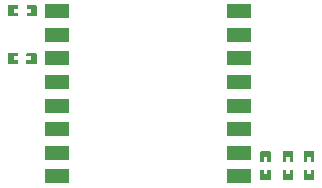
<source format=gtp>
G04 Layer: TopPasteMaskLayer*
G04 EasyEDA v6.5.15, 2022-09-09 10:58:47*
G04 19121817273c46a5bb41958087e4de9f,cdadd2d4b4cb47a19753abecc85b3b56,10*
G04 Gerber Generator version 0.2*
G04 Scale: 100 percent, Rotated: No, Reflected: No *
G04 Dimensions in millimeters *
G04 leading zeros omitted , absolute positions ,4 integer and 5 decimal *
%FSLAX45Y45*%
%MOMM*%

%ADD10R,2.0000X1.1989*%

%LPD*%
G36*
X5662320Y-3457143D02*
G01*
X5657291Y-3462172D01*
X5657291Y-3542182D01*
X5662320Y-3547160D01*
X5742330Y-3547160D01*
X5747308Y-3542182D01*
X5747308Y-3462172D01*
X5742330Y-3457143D01*
X5719521Y-3457143D01*
X5719521Y-3494176D01*
X5686501Y-3494176D01*
X5686501Y-3457143D01*
G37*
G36*
X5662320Y-3298139D02*
G01*
X5657291Y-3303168D01*
X5657291Y-3382162D01*
X5662320Y-3387140D01*
X5686501Y-3387140D01*
X5686501Y-3349142D01*
X5719521Y-3349142D01*
X5719521Y-3387140D01*
X5742330Y-3387140D01*
X5747308Y-3382162D01*
X5747308Y-3303168D01*
X5742330Y-3298139D01*
G37*
G36*
X3157118Y-2063191D02*
G01*
X3152089Y-2068220D01*
X3152089Y-2148179D01*
X3157118Y-2153208D01*
X3237077Y-2153208D01*
X3242106Y-2148179D01*
X3242106Y-2125421D01*
X3205124Y-2125421D01*
X3205124Y-2092401D01*
X3242106Y-2092401D01*
X3242106Y-2068220D01*
X3237077Y-2063191D01*
G37*
G36*
X3317087Y-2063191D02*
G01*
X3312109Y-2068220D01*
X3312109Y-2092401D01*
X3350107Y-2092401D01*
X3350107Y-2125421D01*
X3312109Y-2125421D01*
X3312109Y-2148179D01*
X3317087Y-2153208D01*
X3396081Y-2153208D01*
X3401110Y-2148179D01*
X3401110Y-2068220D01*
X3396081Y-2063191D01*
G37*
G36*
X5294020Y-3457143D02*
G01*
X5288991Y-3462172D01*
X5288991Y-3542182D01*
X5294020Y-3547160D01*
X5373979Y-3547160D01*
X5379008Y-3542182D01*
X5379008Y-3462172D01*
X5373979Y-3457143D01*
X5351221Y-3457143D01*
X5351221Y-3494176D01*
X5318201Y-3494176D01*
X5318201Y-3457143D01*
G37*
G36*
X5294020Y-3298139D02*
G01*
X5288991Y-3303168D01*
X5288991Y-3382162D01*
X5294020Y-3387140D01*
X5318201Y-3387140D01*
X5318201Y-3349142D01*
X5351221Y-3349142D01*
X5351221Y-3387140D01*
X5373979Y-3387140D01*
X5379008Y-3382162D01*
X5379008Y-3303168D01*
X5373979Y-3298139D01*
G37*
G36*
X5484520Y-3457143D02*
G01*
X5479491Y-3462172D01*
X5479491Y-3542182D01*
X5484520Y-3547160D01*
X5564530Y-3547160D01*
X5569508Y-3542182D01*
X5569508Y-3462172D01*
X5564530Y-3457143D01*
X5541721Y-3457143D01*
X5541721Y-3494176D01*
X5508701Y-3494176D01*
X5508701Y-3457143D01*
G37*
G36*
X5484520Y-3298139D02*
G01*
X5479491Y-3303168D01*
X5479491Y-3382162D01*
X5484520Y-3387140D01*
X5508701Y-3387140D01*
X5508701Y-3349142D01*
X5541721Y-3349142D01*
X5541721Y-3387140D01*
X5564530Y-3387140D01*
X5569508Y-3382162D01*
X5569508Y-3303168D01*
X5564530Y-3298139D01*
G37*
G36*
X3316122Y-2469591D02*
G01*
X3311093Y-2474620D01*
X3311093Y-2497378D01*
X3348075Y-2497378D01*
X3348075Y-2530398D01*
X3311093Y-2530398D01*
X3311093Y-2554579D01*
X3316122Y-2559608D01*
X3396081Y-2559608D01*
X3401110Y-2554579D01*
X3401110Y-2474620D01*
X3396081Y-2469591D01*
G37*
G36*
X3157118Y-2469591D02*
G01*
X3152089Y-2474620D01*
X3152089Y-2554579D01*
X3157118Y-2559608D01*
X3236112Y-2559608D01*
X3241090Y-2554579D01*
X3241090Y-2530398D01*
X3203092Y-2530398D01*
X3203092Y-2497378D01*
X3241090Y-2497378D01*
X3241090Y-2474620D01*
X3236112Y-2469591D01*
G37*
D10*
G01*
X3573475Y-2113279D03*
G01*
X3573475Y-2311400D03*
G01*
X3573348Y-2512060D03*
G01*
X3573348Y-2712720D03*
G01*
X3573348Y-2913379D03*
G01*
X3573348Y-3111500D03*
G01*
X3573348Y-3312160D03*
G01*
X3573348Y-3512820D03*
G01*
X5113477Y-2113279D03*
G01*
X5113477Y-2311400D03*
G01*
X5113477Y-2512060D03*
G01*
X5113477Y-2712720D03*
G01*
X5113477Y-2913379D03*
G01*
X5113477Y-3111500D03*
G01*
X5113477Y-3312160D03*
G01*
X5113477Y-3512820D03*
M02*

</source>
